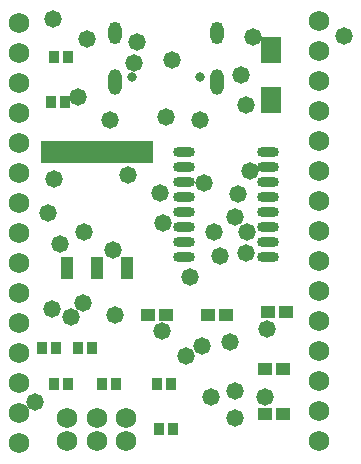
<source format=gbr>
%TF.GenerationSoftware,Altium Limited,Altium Designer,24.7.2 (38)*%
G04 Layer_Color=16711935*
%FSLAX45Y45*%
%MOMM*%
%TF.SameCoordinates,C77648C0-80D8-424D-8617-BB5A92A82554*%
%TF.FilePolarity,Negative*%
%TF.FileFunction,Soldermask,Bot*%
%TF.Part,Single*%
G01*
G75*
%TA.AperFunction,SMDPad,CuDef*%
%ADD36R,1.20320X1.10320*%
%TA.AperFunction,ComponentPad*%
%ADD46C,0.80320*%
%ADD47O,1.10320X2.20320*%
%ADD48O,1.10320X1.90320*%
%ADD49C,1.72720*%
%TA.AperFunction,ViaPad*%
%ADD50C,1.47320*%
%TA.AperFunction,SMDPad,CuDef*%
%ADD51R,1.70320X2.32320*%
%ADD52O,1.85320X0.85320*%
%ADD53R,0.90320X1.00320*%
%ADD54R,9.45320X1.85320*%
%ADD55R,1.10320X1.85320*%
D36*
X2006600Y1346200D02*
D03*
X1854200D02*
D03*
X2514600Y1371600D02*
D03*
X2362200D02*
D03*
X1498600Y1346200D02*
D03*
X1346200D02*
D03*
X2489200Y889000D02*
D03*
X2336800D02*
D03*
X2489200Y508000D02*
D03*
X2336800D02*
D03*
D46*
X1787601Y3365800D02*
D03*
X1209599D02*
D03*
D47*
X1931101Y3316798D02*
D03*
X1066099D02*
D03*
D48*
X1931101Y3733800D02*
D03*
X1066099D02*
D03*
D49*
X2794000Y3835400D02*
D03*
Y3581400D02*
D03*
Y3327400D02*
D03*
Y3073400D02*
D03*
Y2819400D02*
D03*
Y2565400D02*
D03*
Y2311400D02*
D03*
Y2057400D02*
D03*
Y1803400D02*
D03*
Y1549400D02*
D03*
Y1295400D02*
D03*
Y1041400D02*
D03*
Y787400D02*
D03*
Y533400D02*
D03*
Y279400D02*
D03*
X254000Y3822700D02*
D03*
Y3568700D02*
D03*
Y3314700D02*
D03*
Y3060700D02*
D03*
Y2806700D02*
D03*
Y2552700D02*
D03*
Y2298700D02*
D03*
Y2044700D02*
D03*
Y1790700D02*
D03*
Y1536700D02*
D03*
Y1282700D02*
D03*
Y1028700D02*
D03*
Y774700D02*
D03*
Y520700D02*
D03*
Y266700D02*
D03*
X914400Y279400D02*
D03*
X1164402D02*
D03*
X1162238Y474980D02*
D03*
X912241D02*
D03*
X664398Y279400D02*
D03*
X662239Y474980D02*
D03*
D50*
X693420Y1333500D02*
D03*
X1905000Y2052320D02*
D03*
X1255974Y3660140D02*
D03*
X1955800Y1849120D02*
D03*
X1501140Y3027680D02*
D03*
X1549400Y3507740D02*
D03*
X2085340Y706120D02*
D03*
Y474980D02*
D03*
X1671320Y1003300D02*
D03*
X1463040Y1211580D02*
D03*
X1821180Y2463800D02*
D03*
X2358390Y1233170D02*
D03*
X2184400Y2047240D02*
D03*
X1884680Y650240D02*
D03*
X802640Y2054860D02*
D03*
X548640Y2501900D02*
D03*
X533400Y1397000D02*
D03*
X497840Y2214880D02*
D03*
X795020Y1452880D02*
D03*
X2082800Y2176780D02*
D03*
X2179320Y1871980D02*
D03*
X599440Y1953260D02*
D03*
X1066800Y1348740D02*
D03*
X830580Y3683000D02*
D03*
X3004820Y3708400D02*
D03*
X2336800Y652780D02*
D03*
X393700Y609600D02*
D03*
X1176020Y2537460D02*
D03*
X1051560Y1899920D02*
D03*
X546100Y3853180D02*
D03*
X1231900Y3484880D02*
D03*
X1023620Y3002280D02*
D03*
X1701800Y1671320D02*
D03*
X1478280Y2123440D02*
D03*
X2212340Y2565400D02*
D03*
X1450340Y2379980D02*
D03*
X1800860Y1087120D02*
D03*
X2044700Y1122680D02*
D03*
X751840Y3190240D02*
D03*
X2108200Y2369820D02*
D03*
X2133600Y3380740D02*
D03*
X2174240Y3126740D02*
D03*
X1788160Y2997200D02*
D03*
X2240280Y3705860D02*
D03*
D51*
X2387600Y3166699D02*
D03*
Y3589701D02*
D03*
D52*
X1649100Y1841500D02*
D03*
Y1968500D02*
D03*
Y2095500D02*
D03*
Y2222500D02*
D03*
Y2349500D02*
D03*
Y2476500D02*
D03*
Y2603500D02*
D03*
Y2730500D02*
D03*
X2364100Y1841500D02*
D03*
Y1968500D02*
D03*
Y2095500D02*
D03*
Y2222500D02*
D03*
Y2349500D02*
D03*
Y2476500D02*
D03*
Y2603500D02*
D03*
Y2730500D02*
D03*
D53*
X1076000Y762000D02*
D03*
X956000D02*
D03*
X872800Y1066800D02*
D03*
X752800D02*
D03*
X644200Y3149600D02*
D03*
X524200D02*
D03*
X1558600Y381000D02*
D03*
X1438600D02*
D03*
X1542400Y762000D02*
D03*
X1422400D02*
D03*
X669600D02*
D03*
X549600D02*
D03*
X568000Y1066800D02*
D03*
X448000D02*
D03*
X669600Y3530600D02*
D03*
X549600D02*
D03*
D54*
X914400Y2724201D02*
D03*
D55*
X660400Y1746199D02*
D03*
X914400D02*
D03*
X1168400D02*
D03*
%TF.MD5,707e1ba2bd31b2aa1c87beb829c376c3*%
M02*

</source>
